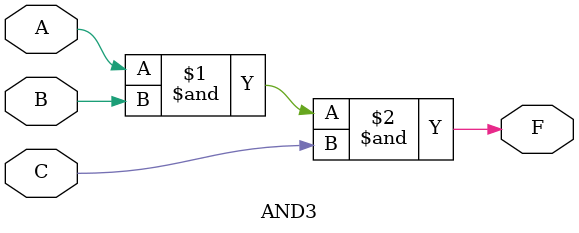
<source format=v>
`timescale 1ps/1ps

module AND3(input A, B, C, output F);

    wire f1;

    nand(f1, A, B, C);
    nand(F, f1, f1);

endmodule
</source>
